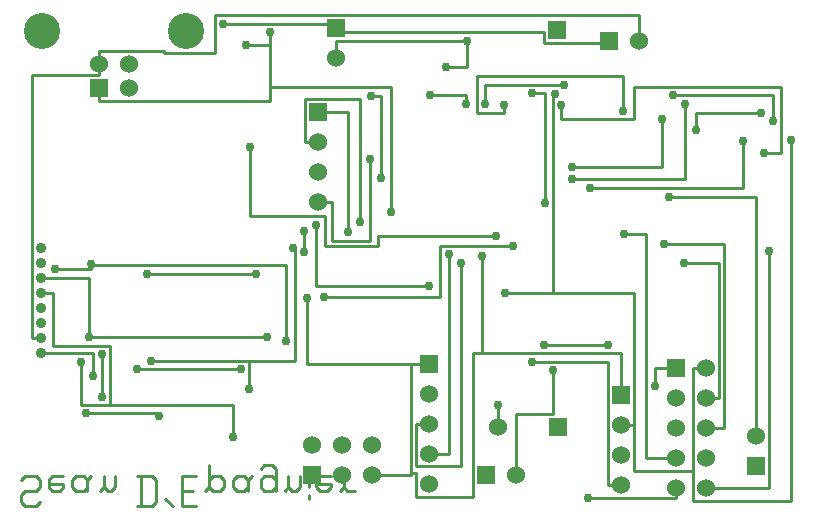
<source format=gbr>
G04 start of page 2 for group 0 idx 0
G04 Title: (unknown), solder *
G04 Creator: pcb 20070912 *
G04 CreationDate: Fri Dec  7 19:10:14 2007 UTC *
G04 For: sean *
G04 Format: Gerber/RS-274X *
G04 PCB-Dimensions: 260000 170000 *
G04 PCB-Coordinate-Origin: lower left *
%MOIN*%
%FSLAX24Y24*%
%LNBACK*%
%ADD11C,0.0100*%
%ADD12C,0.0200*%
%ADD13C,0.0600*%
%ADD14C,0.0360*%
%ADD15C,0.1200*%
%ADD16C,0.0300*%
%ADD17C,0.0380*%
%ADD18C,0.0280*%
%ADD19C,0.0900*%
G54D11*X14945Y14040D02*Y13741D01*
X14980Y15867D02*Y14980D01*
X14945Y14040D02*X13720D01*
X15585Y14400D02*Y13741D01*
X14980Y14980D02*X14280D01*
X16205Y13461D02*Y13735D01*
Y13461D02*X15305D01*
Y14680D02*Y13461D01*
X15935Y9355D02*X12005D01*
X10600Y15867D02*Y15300D01*
Y16300D02*Y16155D01*
X11770Y14029D02*X12092D01*
X10995Y13500D02*X10000D01*
X12443Y14309D02*X8410D01*
Y13869D01*
X10470Y10500D02*X10000D01*
X7720Y12320D02*Y12320D01*
Y10030D02*Y12320D01*
X8410Y14309D02*Y15720D01*
Y16140D02*Y16140D01*
Y15720D02*Y16140D01*
X10470Y10500D02*Y9199D01*
X11745Y11925D02*Y9199D01*
X10470D01*
X10995Y13500D02*Y9480D01*
X20690Y16730D02*Y15860D01*
X17550Y16155D02*Y15779D01*
X19690D01*
Y15860D02*Y15779D01*
X6570Y16730D02*X20690D01*
X10600Y16155D02*X17550D01*
X14980Y15867D02*X10600D01*
X6570Y15469D02*Y16730D01*
X17585Y14117D02*Y10458D01*
Y14117D02*X17145D01*
X17900Y14090D02*Y14040D01*
X17840D01*
X18100Y13249D02*Y13735D01*
Y13249D02*X20520D01*
Y14320D02*Y13249D01*
X15305Y14680D02*X20160D01*
Y13530D01*
X9790Y1400D02*X9950Y1230D01*
X9800D02*X9950D01*
X9800Y1400D02*Y1230D01*
X9645Y5100D02*X13090D01*
X14375Y8745D02*Y2100D01*
X14755Y8465D02*Y1670D01*
X14055Y7332D02*Y9025D01*
X16000Y3722D02*Y3000D01*
X15462Y8695D02*Y5440D01*
X15170D02*X15462D01*
X13090Y1450D02*X13270D01*
X13090D02*Y5100D01*
X13700D01*
X14375Y2100D02*X13700D01*
X13270Y3100D02*Y1670D01*
Y3100D02*X13700D01*
X11800Y1400D02*X13090D01*
Y1450D01*
X14755Y1670D02*X13270D01*
X2700Y14730D02*X470D01*
X2700Y13869D02*Y14300D01*
X470Y14730D02*Y5960D01*
X2381Y7960D02*X780D01*
X2381D02*Y5994D01*
X2432Y8422D02*Y8376D01*
X1247Y8240D02*X2432D01*
X470Y5960D02*X780D01*
X1170Y7460D02*Y5699D01*
Y7460D02*X780D01*
X2499Y5460D02*X780D01*
X3070Y5699D02*X1170D01*
X2381Y5994D02*X8300D01*
X7610Y15720D02*X8410D01*
Y16140D02*Y16140D01*
X9570Y13930D02*Y12500D01*
X10000D01*
X6850Y16420D02*X10600D01*
Y16300D01*
X11410Y13930D02*X9570D01*
X2700Y15100D02*Y14730D01*
Y15100D02*Y15530D01*
X4870D01*
Y15469D01*
X6570D01*
X8410Y13869D02*X2700D01*
X9800Y1400D02*Y1570D01*
Y1400D02*Y1570D01*
Y1400D02*X9790D01*
X9800D02*Y1570D01*
X10800Y1400D02*Y1570D01*
Y1400D02*Y1570D01*
X9800Y1610D02*X9770D01*
X9800Y1570D02*Y1610D01*
Y1570D02*Y1610D01*
X9770D01*
X13270Y1450D02*Y669D01*
X15170D01*
X15585Y14400D02*X18190D01*
X21470Y11642D02*X18470D01*
X22230Y11262D02*X18470D01*
X21470Y11642D02*Y13250D01*
X22230Y11262D02*Y13760D01*
X21850Y14040D02*Y14040D01*
X20950Y9430D02*Y1950D01*
X20190Y9430D02*X20950D01*
X20520Y7439D02*Y3050D01*
X17832Y4880D02*Y3430D01*
X16600D02*X17832D01*
X17145Y5160D02*X19660D01*
X17525Y5720D02*X19660D01*
X16220Y7439D02*X17840D01*
X20520D01*
Y3050D02*X20090D01*
X20950Y1950D02*X21940D01*
X16600Y3430D02*Y1400D01*
X19660Y5160D02*Y1050D01*
X20090D01*
X20520Y3050D02*Y1519D01*
X18995Y619D02*X21940D01*
Y950D01*
X15170Y669D02*Y5440D01*
X15462D02*X20090D01*
X11410Y13930D02*Y9809D01*
X12092Y14029D02*Y11279D01*
X12443Y10137D02*Y14309D01*
X17840Y14040D02*Y7439D01*
X14055Y9025D02*X16500D01*
X12005Y9355D02*Y9019D01*
X21710Y10645D02*X24590D01*
X22212Y8445D02*X23370D01*
X24160Y10952D02*X19075D01*
X21530Y9075D02*X23550D01*
X25020Y950D02*X22940D01*
X22509Y1519D02*Y519D01*
X25775D01*
X21230Y4950D02*Y4350D01*
Y4950D02*X21940D01*
X22940D02*X22509D01*
X20090Y5440D02*Y4050D01*
X23370Y3950D02*X22940D01*
X22509Y1519D02*Y4950D01*
X23550Y2950D02*X22940D01*
X20520Y1519D02*X22509D01*
X22610Y13455D02*Y12895D01*
Y13455D02*X24785D01*
X21850Y14040D02*X25165D01*
Y13175D01*
X25445Y14320D02*X20520D01*
X25445Y12120D02*X24885D01*
X25445D02*Y14320D01*
X25020Y8840D02*Y950D01*
X24590Y10645D02*Y2700D01*
X23370Y8445D02*Y3950D01*
X24160Y10952D02*Y12535D01*
X23550Y9075D02*Y2950D01*
X25775Y519D02*Y12555D01*
X10210Y7332D02*X14055D01*
X2432Y8376D02*X8940D01*
X7940Y8096D02*Y8091D01*
X4298Y8096D02*X7940D01*
X10250Y9019D02*X12005D01*
X9930Y7670D02*X13715D01*
X9170Y8955D02*X9220D01*
X4710Y3440D02*Y3360D01*
Y3440D02*X2280D01*
X3980Y4917D02*X7420D01*
X4430Y5197D02*X7700D01*
X3070Y3720D02*X7180D01*
X7699Y4265D02*X7700D01*
X7699D02*X7700D01*
X2499Y5460D02*Y4690D01*
X2115Y3720D02*X3070D01*
Y5699D01*
X2789Y5409D02*Y4000D01*
X2115Y5165D02*X2000D01*
Y5149D01*
X2432Y8376D02*Y8240D01*
Y8422D02*Y8376D01*
X2115Y3720D02*Y5165D01*
X9550Y9508D02*Y8831D01*
X9550D01*
X7720Y10030D02*X10250D01*
X7720Y12320D02*Y12320D01*
X8940Y8376D02*Y5850D01*
X9645Y5100D02*Y7300D01*
X9930Y9710D02*Y7670D01*
X7700Y5197D02*X9220D01*
Y8955D01*
X10250Y9019D02*Y10030D01*
X7180Y3720D02*Y2650D01*
X7700Y5197D02*Y4265D01*
X598Y349D02*X722Y473D01*
X224Y349D02*X598D01*
X100Y473D02*X224Y349D01*
X100Y473D02*Y722D01*
X224Y847D01*
X598D01*
X722Y971D01*
Y1220D01*
X598Y1345D02*X722Y1220D01*
X224Y1345D02*X598D01*
X100Y1220D02*X224Y1345D01*
X1146D02*X1519D01*
X1021Y1220D02*X1146Y1345D01*
X1021Y971D02*Y1220D01*
Y971D02*X1146Y847D01*
X1395D01*
X1519Y971D01*
X1021Y1096D02*X1519D01*
Y971D02*Y1096D01*
X2192Y847D02*X2316Y971D01*
X1943Y847D02*X2192D01*
X1818Y971D02*X1943Y847D01*
X1818Y971D02*Y1220D01*
X1943Y1345D01*
X2316Y847D02*Y1220D01*
X2441Y1345D01*
X1943D02*X2192D01*
X2316Y1220D01*
X2864Y971D02*Y1345D01*
Y971D02*X2989Y847D01*
X3113D01*
X3238Y971D01*
Y1345D01*
X2740Y847D02*X2864Y971D01*
X4109Y349D02*Y1345D01*
X4483Y349D02*X4607Y473D01*
Y1220D01*
X4483Y1345D02*X4607Y1220D01*
X3985Y1345D02*X4483D01*
X3985Y349D02*X4483D01*
X4906Y598D02*X5155Y349D01*
X5454Y847D02*X5828D01*
X5454Y1345D02*X5952D01*
X5454Y349D02*Y1345D01*
Y349D02*X5952D01*
X6376Y971D02*Y1718D01*
X6252Y847D02*X6376Y971D01*
X6501Y847D01*
X6750D01*
X6874Y971D01*
Y1220D01*
X6750Y1345D02*X6874Y1220D01*
X6501Y1345D02*X6750D01*
X6376Y1220D02*X6501Y1345D01*
X7547Y847D02*X7671Y971D01*
X7298Y847D02*X7547D01*
X7173Y971D02*X7298Y847D01*
X7173Y971D02*Y1220D01*
X7298Y1345D01*
X7671Y847D02*Y1220D01*
X7796Y1345D01*
X7298D02*X7547D01*
X7671Y1220D01*
X8468Y847D02*X8593Y971D01*
X8219Y847D02*X8468D01*
X8095Y971D02*X8219Y847D01*
X8095Y971D02*Y1220D01*
X8219Y1345D01*
X8468D01*
X8593Y1220D01*
X8095Y1594D02*X8219Y1718D01*
X8468D01*
X8593Y1594D01*
Y847D02*Y1594D01*
X9016Y971D02*Y1345D01*
Y971D02*X9141Y847D01*
X9265D01*
X9390Y971D01*
Y1345D01*
X8892Y847D02*X9016Y971D01*
X9689Y598D02*Y722D01*
Y971D02*Y1345D01*
X10062D02*X10436D01*
X9938Y1220D02*X10062Y1345D01*
X9938Y971D02*Y1220D01*
Y971D02*X10062Y847D01*
X10311D01*
X10436Y971D01*
X9938Y1096D02*X10436D01*
Y971D02*Y1096D01*
X10860Y971D02*Y1345D01*
Y971D02*X10984Y847D01*
X11233D01*
X10735D02*X10860Y971D01*
G54D12*G36*
X21640Y5250D02*Y4650D01*
X22240D01*
Y5250D01*
X21640D01*
G37*
G54D13*X22940Y4950D03*
X21940Y3950D03*
X22940D03*
Y2950D03*
Y1950D03*
Y950D03*
G54D12*G36*
X24290Y2000D02*Y1400D01*
X24890D01*
Y2000D01*
X24290D01*
G37*
G54D13*X24590Y2700D03*
G54D12*G36*
X17700Y3300D02*Y2700D01*
X18300D01*
Y3300D01*
X17700D01*
G37*
G54D14*X780Y8960D03*
Y8460D03*
Y7960D03*
Y7460D03*
Y6960D03*
Y6460D03*
Y5960D03*
Y5460D03*
G54D12*G36*
X2400Y14600D02*Y14000D01*
X3000D01*
Y14600D01*
X2400D01*
G37*
G54D13*X3700Y14300D03*
Y15100D03*
X2700D03*
G54D15*X800Y16200D03*
X5600D03*
G54D12*G36*
X9700Y13800D02*Y13200D01*
X10300D01*
Y13800D01*
X9700D01*
G37*
G54D13*X10000Y12500D03*
Y11500D03*
Y10500D03*
G54D12*G36*
X10300Y16600D02*Y16000D01*
X10900D01*
Y16600D01*
X10300D01*
G37*
G54D13*X10600Y15300D03*
G54D12*G36*
X17680Y16510D02*Y15910D01*
X18280D01*
Y16510D01*
X17680D01*
G37*
G54D13*X21940Y1950D03*
Y950D03*
Y2950D03*
G54D12*G36*
X19790Y4350D02*Y3750D01*
X20390D01*
Y4350D01*
X19790D01*
G37*
G54D13*X20090Y3050D03*
Y2050D03*
Y1050D03*
G54D12*G36*
X19390Y16160D02*Y15560D01*
X19990D01*
Y16160D01*
X19390D01*
G37*
G54D13*X20690Y15860D03*
G54D12*G36*
X9500Y1700D02*Y1100D01*
X10100D01*
Y1700D01*
X9500D01*
G37*
G54D13*X9800Y2400D03*
X10800Y1400D03*
Y2400D03*
X11800Y1400D03*
G54D12*G36*
X15300Y1700D02*Y1100D01*
X15900D01*
Y1700D01*
X15300D01*
G37*
G54D13*X16600Y1400D03*
X11800Y2400D03*
X16000Y3000D03*
G54D12*G36*
X13400Y5400D02*Y4800D01*
X14000D01*
Y5400D01*
X13400D01*
G37*
G54D13*X13700Y4100D03*
Y3100D03*
Y2100D03*
Y1100D03*
G54D16*X14280Y14980D03*
X18190Y14400D03*
X18470Y11642D03*
X18100Y13735D03*
X18470Y11262D03*
X17585Y10458D03*
X17145Y14117D03*
X17900Y14090D03*
X16500Y9025D03*
X15935Y9355D03*
X14755Y8465D03*
X15462Y8695D03*
X22230Y13760D03*
X20160Y13530D03*
X21850Y14040D03*
X21470Y13250D03*
X22610Y12895D03*
X25165Y13175D03*
X24785Y13455D03*
X24885Y12120D03*
X25020Y8840D03*
X24160Y12535D03*
X25775Y12555D03*
X19075Y10952D03*
X21710Y10645D03*
X20190Y9430D03*
X21530Y9075D03*
X22212Y8445D03*
X17832Y4880D03*
X17145Y5160D03*
X17525Y5720D03*
X19660D03*
X21230Y4350D03*
X16000Y3722D03*
X18995Y619D03*
X7610Y15720D03*
X6850Y16420D03*
X14945Y13741D03*
X13720Y14040D03*
X11770Y14029D03*
X15585Y13741D03*
X16205Y13735D03*
X8410Y16140D03*
X11745Y11925D03*
X7720Y12320D03*
X14980Y15867D03*
X8940Y5850D03*
X7420Y4917D03*
X7180Y2650D03*
X7700Y4265D03*
X2432Y8422D03*
X1247Y8240D03*
X4298Y8096D03*
X4710Y3360D03*
X4430Y5197D03*
X3980Y4917D03*
X2280Y3440D03*
X2789Y5409D03*
Y4000D03*
X2115Y5165D03*
X2499Y4690D03*
X2381Y5994D03*
X7940Y8091D03*
X8300Y5994D03*
X12092Y11279D03*
X12443Y10137D03*
X9930Y9710D03*
X9550Y9508D03*
X9550Y8831D03*
X9170Y8955D03*
X11410Y9809D03*
X10995Y9480D03*
X16220Y7439D03*
X13715Y7670D03*
X14375Y8745D03*
X10210Y7332D03*
X9645Y7300D03*
G54D17*G54D18*G54D12*G54D18*G54D19*G54D17*G54D18*G54D17*G54D12*M02*

</source>
